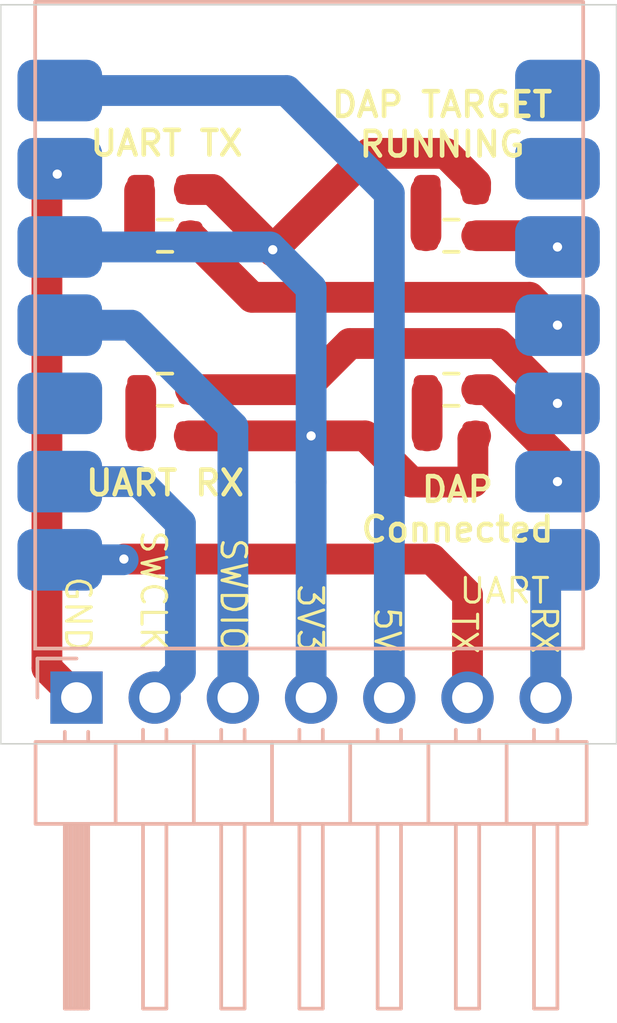
<source format=kicad_pcb>
(kicad_pcb (version 20240108) (generator "pcbnew") (generator_version "8.0")
  (layers (0 "F.Cu" signal) (31 "B.Cu" signal) (34 "B.Paste" user) (35 "F.Paste" user) (36 "B.SilkS" user "B.Silkscreen") (37 "F.SilkS" user "F.Silkscreen") (38 "B.Mask" user) (39 "F.Mask" user) (44 "Edge.Cuts" user))
  (net 0 "")
  (net 3 "/Ground")
  (net 4 "Net-(J2-Pin_3)")
  (net 5 "Net-(J2-Pin_6)")
  (net 6 "Net-(J2-Pin_5)")
  (net 7 "Net-(J2-Pin_2)")
  (net 8 "Net-(J2-Pin_7)")
  (net 9 "/3v3")
  (net 10 "Net-(U1-PA9_A5_D5_SCL)")
  (net 11 "Net-(U1-PA8_A4_D4_SDA)")
  (net 12 "Net-(U1-PA11_A3_D3)")
  (net 13 "Net-(U1-PA10_A2_D2)")
  (net 14 "Net-(DAP_CONNECTED1-K)")
  (net 15 "Net-(DAP_TARGET_RUNNING1-K)")
  (net 16 "Net-(UART_RT1-K)")
  (net 17 "Net-(UART_TX1-K)")
  (footprint "Resistor_SMD:R_0603_1608Metric" (layer "F.Cu") (at 132.5 91.5)
    (property "Reference" "R4" (hide yes))
    (property "Value" "200")
    (fp_line (start -0.237258 -0.5225) (end 0.237258 -0.5225) (stroke (width 0.12)) (layer "F.SilkS"))
    (fp_line (start -0.237258 0.5225) (end 0.237258 0.5225) (stroke (width 0.12)) (layer "F.SilkS"))
    (pad "1" smd roundrect (at -0.825 0) (size 0.8 0.95) (layers "F.Cu" "F.Paste" "F.Mask") (net 17 "Net-(UART_TX1-K)"))
    (pad "2" smd roundrect (at 0.825 0) (size 0.8 0.95) (layers "F.Cu" "F.Paste" "F.Mask") (net 12 "Net-(U1-PA11_A3_D3)"))
  )
  (footprint "LED_SMD:LED_0603_1608Metric" (layer "F.Cu") (at 132.5 98)
    (property "Reference" "UART_RT1" (hide yes))
    (property "Value" "Red")
    (pad "1" smd roundrect (at -0.7875 0) (size 0.875 0.95) (layers "F.Cu" "F.Paste" "F.Mask") (net 16 "Net-(UART_RT1-K)"))
    (pad "2" smd roundrect (at 0.7875 0) (size 0.875 0.95) (layers "F.Cu" "F.Paste" "F.Mask") (net 9 "/3v3"))
  )
  (footprint "Resistor_SMD:R_0603_1608Metric" (layer "F.Cu") (at 132.5 96.5)
    (property "Reference" "R2" (hide yes))
    (property "Value" "200")
    (fp_line (start -0.237258 -0.5225) (end 0.237258 -0.5225) (stroke (width 0.12)) (layer "F.SilkS"))
    (fp_line (start -0.237258 0.5225) (end 0.237258 0.5225) (stroke (width 0.12)) (layer "F.SilkS"))
    (pad "1" smd roundrect (at -0.825 0) (size 0.8 0.95) (layers "F.Cu" "F.Paste" "F.Mask") (net 16 "Net-(UART_RT1-K)"))
    (pad "2" smd roundrect (at 0.825 0) (size 0.8 0.95) (layers "F.Cu" "F.Paste" "F.Mask") (net 11 "Net-(U1-PA8_A4_D4_SDA)"))
  )
  (footprint "LED_SMD:LED_0603_1608Metric" (layer "F.Cu") (at 132.5 90)
    (property "Reference" "UART_TX1" (hide yes))
    (property "Value" "Red")
    (pad "1" smd roundrect (at -0.7875 0) (size 0.875 0.95) (layers "F.Cu" "F.Paste" "F.Mask") (net 17 "Net-(UART_TX1-K)"))
    (pad "2" smd roundrect (at 0.7875 0) (size 0.875 0.95) (layers "F.Cu" "F.Paste" "F.Mask") (net 9 "/3v3"))
  )
  (footprint "Resistor_SMD:R_0603_1608Metric" (layer "F.Cu") (at 141.8 91.5)
    (property "Reference" "R3" (hide yes))
    (property "Value" "200")
    (fp_line (start -0.237258 -0.5225) (end 0.237258 -0.5225) (stroke (width 0.12)) (layer "F.SilkS"))
    (fp_line (start -0.237258 0.5225) (end 0.237258 0.5225) (stroke (width 0.12)) (layer "F.SilkS"))
    (pad "1" smd roundrect (at -0.825 0) (size 0.8 0.95) (layers "F.Cu" "F.Paste" "F.Mask") (net 15 "Net-(DAP_TARGET_RUNNING1-K)"))
    (pad "2" smd roundrect (at 0.825 0) (size 0.8 0.95) (layers "F.Cu" "F.Paste" "F.Mask") (net 13 "Net-(U1-PA10_A2_D2)"))
  )
  (footprint "LED_SMD:LED_0603_1608Metric" (layer "F.Cu") (at 141.8 90)
    (property "Reference" "DAP_TARGET_RUNNING1" (hide yes))
    (property "Value" "Red")
    (pad "1" smd roundrect (at -0.7875 0) (size 0.875 0.95) (layers "F.Cu" "F.Paste" "F.Mask") (net 15 "Net-(DAP_TARGET_RUNNING1-K)"))
    (pad "2" smd roundrect (at 0.7875 0) (size 0.875 0.95) (layers "F.Cu" "F.Paste" "F.Mask") (net 9 "/3v3"))
  )
  (footprint "Resistor_SMD:R_0603_1608Metric" (layer "F.Cu") (at 141.8 96.5)
    (property "Reference" "R1" (hide yes))
    (property "Value" "200")
    (fp_line (start -0.237258 -0.5225) (end 0.237258 -0.5225) (stroke (width 0.12)) (layer "F.SilkS"))
    (fp_line (start -0.237258 0.5225) (end 0.237258 0.5225) (stroke (width 0.12)) (layer "F.SilkS"))
    (pad "1" smd roundrect (at -0.825 0) (size 0.8 0.95) (layers "F.Cu" "F.Paste" "F.Mask") (net 14 "Net-(DAP_CONNECTED1-K)"))
    (pad "2" smd roundrect (at 0.825 0) (size 0.8 0.95) (layers "F.Cu" "F.Paste" "F.Mask") (net 10 "Net-(U1-PA9_A5_D5_SCL)"))
  )
  (footprint "LED_SMD:LED_0603_1608Metric" (layer "F.Cu") (at 141.8 98)
    (property "Reference" "DAP_CONNECTED1" (hide yes))
    (property "Value" "Red")
    (pad "1" smd roundrect (at -0.7875 0) (size 0.875 0.95) (layers "F.Cu" "F.Paste" "F.Mask") (net 14 "Net-(DAP_CONNECTED1-K)"))
    (pad "2" smd roundrect (at 0.7875 0) (size 0.875 0.95) (layers "F.Cu" "F.Paste" "F.Mask") (net 9 "/3v3"))
  )
  (footprint "XIAO-rp2040:MOUDLE14P-SMD-2.54-21X17.8MM" (layer "B.Cu") (at 146.0825 104.905 180)
    (property "Reference" "U1" (hide yes))
    (property "Value" "MOUDLE-SEEEDUINO-XIAO" (hide yes))
    (fp_rect (start 17.8 0) (end 0 21) (stroke (width 0.12)) (fill none) (layer "B.SilkS"))
    (pad "1" smd roundrect (at 0.835 18.12 180) (size 2.75 2) (layers "B.Cu" "B.Paste" "B.Mask"))
    (pad "2" smd roundrect (at 0.835 15.58 180) (size 2.75 2) (layers "B.Cu" "B.Paste" "B.Mask"))
    (pad "3" smd roundrect (at 0.835 13.04 180) (size 2.75 2) (layers "B.Cu" "B.Paste" "B.Mask") (net 13 "Net-(U1-PA10_A2_D2)"))
    (pad "4" smd roundrect (at 0.835 10.5 180) (size 2.75 2) (layers "B.Cu" "B.Paste" "B.Mask") (net 12 "Net-(U1-PA11_A3_D3)"))
    (pad "5" smd roundrect (at 0.835 7.96 180) (size 2.75 2) (layers "B.Cu" "B.Paste" "B.Mask") (net 11 "Net-(U1-PA8_A4_D4_SDA)"))
    (pad "6" smd roundrect (at 0.835 5.42 180) (size 2.75 2) (layers "B.Cu" "B.Paste" "B.Mask") (net 10 "Net-(U1-PA9_A5_D5_SCL)"))
    (pad "7" smd roundrect (at 0.835 2.88 180) (size 2.75 2) (layers "B.Cu" "B.Paste" "B.Mask") (net 8 "Net-(J2-Pin_7)"))
    (pad "8" smd roundrect (at 17 2.88 180) (size 2.75 2) (layers "B.Cu" "B.Paste" "B.Mask") (net 5 "Net-(J2-Pin_6)"))
    (pad "9" smd roundrect (at 17 5.42 180) (size 2.75 2) (layers "B.Cu" "B.Paste" "B.Mask") (net 7 "Net-(J2-Pin_2)"))
    (pad "10" smd roundrect (at 17 7.96 180) (size 2.75 2) (layers "B.Cu" "B.Paste" "B.Mask"))
    (pad "11" smd roundrect (at 17 10.5 180) (size 2.75 2) (layers "B.Cu" "B.Paste" "B.Mask") (net 4 "Net-(J2-Pin_3)"))
    (pad "12" smd roundrect (at 17 13.04 180) (size 2.75 2) (layers "B.Cu" "B.Paste" "B.Mask") (net 9 "/3v3"))
    (pad "13" smd roundrect (at 17 15.58 180) (size 2.75 2) (layers "B.Cu" "B.Paste" "B.Mask") (net 3 "/Ground"))
    (pad "14" smd roundrect (at 17 18.12 180) (size 2.75 2) (layers "B.Cu" "B.Paste" "B.Mask") (net 6 "Net-(J2-Pin_5)"))
  )
  (footprint "Connector_PinHeader_2.54mm:PinHeader_1x07_P2.54mm_Horizontal" (layer "B.Cu") (at 129.625 106.5 -90)
    (property "Reference" "J2" (hide yes))
    (property "Value" "Conn_01x07_Pin" (hide yes))
    (fp_line (start 1.44 1.33) (end 4.1 1.33) (stroke (width 0.12)) (layer "B.SilkS"))
    (fp_line (start 4.1 1.33) (end 4.1 -16.57) (stroke (width 0.12)) (layer "B.SilkS"))
    (fp_line (start -1.27 1.27) (end -1.27 0) (stroke (width 0.12)) (layer "B.SilkS"))
    (fp_line (start 0 1.27) (end -1.27 1.27) (stroke (width 0.12)) (layer "B.SilkS"))
    (fp_line (start 1.44 0.38) (end 1.11 0.38) (stroke (width 0.12)) (layer "B.SilkS"))
    (fp_line (start 10.1 0.38) (end 4.1 0.38) (stroke (width 0.12)) (layer "B.SilkS"))
    (fp_line (start 10.1 0.32) (end 4.1 0.32) (stroke (width 0.12)) (layer "B.SilkS"))
    (fp_line (start 10.1 0.2) (end 4.1 0.2) (stroke (width 0.12)) (layer "B.SilkS"))
    (fp_line (start 10.1 0.08) (end 4.1 0.08) (stroke (width 0.12)) (layer "B.SilkS"))
    (fp_line (start 10.1 -0.04) (end 4.1 -0.04) (stroke (width 0.12)) (layer "B.SilkS"))
    (fp_line (start 10.1 -0.16) (end 4.1 -0.16) (stroke (width 0.12)) (layer "B.SilkS"))
    (fp_line (start 10.1 -0.28) (end 4.1 -0.28) (stroke (width 0.12)) (layer "B.SilkS"))
    (fp_line (start 1.44 -0.38) (end 1.11 -0.38) (stroke (width 0.12)) (layer "B.SilkS"))
    (fp_line (start 4.1 -0.38) (end 10.1 -0.38) (stroke (width 0.12)) (layer "B.SilkS"))
    (fp_line (start 10.1 -0.38) (end 10.1 0.38) (stroke (width 0.12)) (layer "B.SilkS"))
    (fp_line (start 4.1 -1.27) (end 1.44 -1.27) (stroke (width 0.12)) (layer "B.SilkS"))
    (fp_line (start 1.44 -2.16) (end 1.042929 -2.16) (stroke (width 0.12)) (layer "B.SilkS"))
    (fp_line (start 10.1 -2.16) (end 4.1 -2.16) (stroke (width 0.12)) (layer "B.SilkS"))
    (fp_line (start 1.44 -2.92) (end 1.042929 -2.92) (stroke (width 0.12)) (layer "B.SilkS"))
    (fp_line (start 4.1 -2.92) (end 10.1 -2.92) (stroke (width 0.12)) (layer "B.SilkS"))
    (fp_line (start 10.1 -2.92) (end 10.1 -2.16) (stroke (width 0.12)) (layer "B.SilkS"))
    (fp_line (start 4.1 -3.81) (end 1.44 -3.81) (stroke (width 0.12)) (layer "B.SilkS"))
    (fp_line (start 1.44 -4.7) (end 1.042929 -4.7) (stroke (width 0.12)) (layer "B.SilkS"))
    (fp_line (start 10.1 -4.7) (end 4.1 -4.7) (stroke (width 0.12)) (layer "B.SilkS"))
    (fp_line (start 1.44 -5.46) (end 1.042929 -5.46) (stroke (width 0.12)) (layer "B.SilkS"))
    (fp_line (start 4.1 -5.46) (end 10.1 -5.46) (stroke (width 0.12)) (layer "B.SilkS"))
    (fp_line (start 10.1 -5.46) (end 10.1 -4.7) (stroke (width 0.12)) (layer "B.SilkS"))
    (fp_line (start 4.1 -6.35) (end 1.44 -6.35) (stroke (width 0.12)) (layer "B.SilkS"))
    (fp_line (start 1.44 -7.24) (end 1.042929 -7.24) (stroke (width 0.12)) (layer "B.SilkS"))
    (fp_line (start 10.1 -7.24) (end 4.1 -7.24) (stroke (width 0.12)) (layer "B.SilkS"))
    (fp_line (start 1.44 -8) (end 1.042929 -8) (stroke (width 0.12)) (layer "B.SilkS"))
    (fp_line (start 4.1 -8) (end 10.1 -8) (stroke (width 0.12)) (layer "B.SilkS"))
    (fp_line (start 10.1 -8) (end 10.1 -7.24) (stroke (width 0.12)) (layer "B.SilkS"))
    (fp_line (start 4.1 -8.89) (end 1.44 -8.89) (stroke (width 0.12)) (layer "B.SilkS"))
    (fp_line (start 1.44 -9.78) (end 1.042929 -9.78) (stroke (width 0.12)) (layer "B.SilkS"))
    (fp_line (start 10.1 -9.78) (end 4.1 -9.78) (stroke (width 0.12)) (layer "B.SilkS"))
    (fp_line (start 1.44 -10.54) (end 1.042929 -10.54) (stroke (width 0.12)) (layer "B.SilkS"))
    (fp_line (start 4.1 -10.54) (end 10.1 -10.54) (stroke (width 0.12)) (layer "B.SilkS"))
    (fp_line (start 10.1 -10.54) (end 10.1 -9.78) (stroke (width 0.12)) (layer "B.SilkS"))
    (fp_line (start 4.1 -11.43) (end 1.44 -11.43) (stroke (width 0.12)) (layer "B.SilkS"))
    (fp_line (start 1.44 -12.32) (end 1.042929 -12.32) (stroke (width 0.12)) (layer "B.SilkS"))
    (fp_line (start 10.1 -12.32) (end 4.1 -12.32) (stroke (width 0.12)) (layer "B.SilkS"))
    (fp_line (start 1.44 -13.08) (end 1.042929 -13.08) (stroke (width 0.12)) (layer "B.SilkS"))
    (fp_line (start 4.1 -13.08) (end 10.1 -13.08) (stroke (width 0.12)) (layer "B.SilkS"))
    (fp_line (start 10.1 -13.08) (end 10.1 -12.32) (stroke (width 0.12)) (layer "B.SilkS"))
    (fp_line (start 4.1 -13.97) (end 1.44 -13.97) (stroke (width 0.12)) (layer "B.SilkS"))
    (fp_line (start 1.44 -14.86) (end 1.042929 -14.86) (stroke (width 0.12)) (layer "B.SilkS"))
    (fp_line (start 10.1 -14.86) (end 4.1 -14.86) (stroke (width 0.12)) (layer "B.SilkS"))
    (fp_line (start 1.44 -15.62) (end 1.042929 -15.62) (stroke (width 0.12)) (layer "B.SilkS"))
    (fp_line (start 4.1 -15.62) (end 10.1 -15.62) (stroke (width 0.12)) (layer "B.SilkS"))
    (fp_line (start 10.1 -15.62) (end 10.1 -14.86) (stroke (width 0.12)) (layer "B.SilkS"))
    (fp_line (start 1.44 -16.57) (end 1.44 1.33) (stroke (width 0.12)) (layer "B.SilkS"))
    (fp_line (start 4.1 -16.57) (end 1.44 -16.57) (stroke (width 0.12)) (layer "B.SilkS"))
    (pad "1" thru_hole rect (at 0 0 270) (size 1.7 1.7) (drill 1) (layers "*.Cu" "*.Mask") (net 3 "/Ground"))
    (pad "2" thru_hole oval (at 0 -2.54 270) (size 1.7 1.7) (drill 1) (layers "*.Cu" "*.Mask") (net 7 "Net-(J2-Pin_2)"))
    (pad "3" thru_hole oval (at 0 -5.08 270) (size 1.7 1.7) (drill 1) (layers "*.Cu" "*.Mask") (net 4 "Net-(J2-Pin_3)"))
    (pad "4" thru_hole oval (at 0 -7.62 270) (size 1.7 1.7) (drill 1) (layers "*.Cu" "*.Mask") (net 9 "/3v3"))
    (pad "5" thru_hole oval (at 0 -10.16 270) (size 1.7 1.7) (drill 1) (layers "*.Cu" "*.Mask") (net 6 "Net-(J2-Pin_5)"))
    (pad "6" thru_hole oval (at 0 -12.7 270) (size 1.7 1.7) (drill 1) (layers "*.Cu" "*.Mask") (net 5 "Net-(J2-Pin_6)"))
    (pad "7" thru_hole oval (at 0 -15.24 270) (size 1.7 1.7) (drill 1) (layers "*.Cu" "*.Mask") (net 8 "Net-(J2-Pin_7)"))
  )
  (gr_rect (start 127.165 84) (end 147.165 108) (stroke (width 0.05)) (fill none) (layer "Edge.Cuts"))
  (gr_text "UART" (at 142 103.5 0) (layer "F.SilkS") (effects (font (size 0.8 0.8) (thickness 0.1)) (justify left bottom)))
  (gr_text "GND" (at 129.2 102.5 270) (layer "F.SilkS") (effects (font (size 0.8 0.8) (thickness 0.1)) (justify left bottom)))
  (gr_text "UART RX" (at 132.5 100 0) (layer "F.SilkS") (effects (font (size 0.8 0.8) (thickness 0.15) (bold yes)) (justify bottom)))
  (gr_text "TX" (at 141.75 103.65 270) (layer "F.SilkS") (effects (font (size 0.8 0.8) (thickness 0.1)) (justify left bottom)))
  (gr_text "DAP\nConnected" (at 142 101.5 0) (layer "F.SilkS") (effects (font (size 0.8 0.8) (thickness 0.15) (bold yes)) (justify bottom)))
  (gr_text "SWDIO" (at 134.25 101.25 270) (layer "F.SilkS") (effects (font (size 0.8 0.8) (thickness 0.1)) (justify left bottom)))
  (gr_text "DAP TARGET\nRUNNING" (at 141.5 89 0) (layer "F.SilkS") (effects (font (size 0.8 0.8) (thickness 0.15) (bold yes)) (justify bottom)))
  (gr_text "RX" (at 144.35 103.45 270) (layer "F.SilkS") (effects (font (size 0.8 0.8) (thickness 0.1)) (justify left bottom)))
  (gr_text "UART TX				" (at 138 88.5 0) (layer "F.SilkS") (effects (font (size 0.8 0.8) (thickness 0.15) (bold yes))))
  (gr_text "3V3" (at 136.75 102.75 270) (layer "F.SilkS") (effects (font (size 0.8 0.8) (thickness 0.1)) (justify left bottom)))
  (gr_text "5V" (at 139.25 103.5 270) (layer "F.SilkS") (effects (font (size 0.8 0.8) (thickness 0.1)) (justify left bottom)))
  (gr_text "SWCLK" (at 131.65 101 270) (layer "F.SilkS") (effects (font (size 0.8 0.8) (thickness 0.1)) (justify left bottom)))
  (segment (start 128.665 89.835) (end 128.665 105.54) (width 1) (layer "F.Cu") (net 3))
  (segment (start 128.665 105.54) (end 129.625 106.5) (width 1) (layer "F.Cu") (net 3))
  (segment (start 129 89.5) (end 128.665 89.835) (width 1) (layer "F.Cu") (net 3))
  (via (at 129 89.5) (size 0.6) (drill 0.3) (layers "F.Cu" "B.Cu") (net 3))
  (segment (start 129.2575 89.5) (end 129.0825 89.325) (width 1) (layer "B.Cu") (net 3))
  (segment (start 134.705 106.5) (end 134.705 97.705) (width 1) (layer "B.Cu") (net 4))
  (segment (start 131.405 94.405) (end 129.0825 94.405) (width 1) (layer "B.Cu") (net 4))
  (segment (start 134.705 97.705) (end 131.405 94.405) (width 1) (layer "B.Cu") (net 4))
  (segment (start 131.165 102) (end 141.165 102) (width 1) (layer "F.Cu") (net 5))
  (segment (start 141.165 102) (end 142.325 103.16) (width 1) (layer "F.Cu") (net 5))
  (segment (start 142.325 103.16) (end 142.325 106.5) (width 1) (layer "F.Cu") (net 5))
  (via (at 131.165 102) (size 0.6) (drill 0.3) (layers "F.Cu" "B.Cu") (net 5))
  (segment (start 131.14 102.025) (end 131.165 102) (width 0.2) (layer "B.Cu") (net 5))
  (segment (start 129.0825 102.025) (end 131.14 102.025) (width 1) (layer "B.Cu") (net 5))
  (segment (start 136.45 86.785) (end 129.0825 86.785) (width 1) (layer "B.Cu") (net 6))
  (segment (start 139.785 90.12) (end 136.45 86.785) (width 1) (layer "B.Cu") (net 6))
  (segment (start 139.785 106.5) (end 139.785 90.12) (width 1) (layer "B.Cu") (net 6))
  (segment (start 132.165 106.5) (end 133 105.665) (width 1) (layer "B.Cu") (net 7))
  (segment (start 133 105.665) (end 133 100.835) (width 1) (layer "B.Cu") (net 7))
  (segment (start 133 100.835) (end 131.65 99.485) (width 1) (layer "B.Cu") (net 7))
  (segment (start 131.65 99.485) (end 129.0825 99.485) (width 1) (layer "B.Cu") (net 7))
  (segment (start 145.2475 106.1175) (end 144.865 106.5) (width 0.2) (layer "B.Cu") (net 8))
  (segment (start 144.865 106.5) (end 144.865 102.4075) (width 1) (layer "B.Cu") (net 8))
  (segment (start 144.865 102.4075) (end 145.2475 102.025) (width 0.2) (layer "B.Cu") (net 8))
  (segment (start 142.5875 89.79463) (end 142.5875 90) (width 1) (layer "F.Cu") (net 9))
  (segment (start 133.2875 98) (end 137.245 98) (width 1) (layer "F.Cu") (net 9))
  (segment (start 133.2875 90) (end 134.045 90) (width 1) (layer "F.Cu") (net 9))
  (segment (start 142.5 99.5) (end 142.5 98.0875) (width 1) (layer "F.Cu") (net 9))
  (segment (start 139.13 88.825) (end 141.61787 88.825) (width 1) (layer "F.Cu") (net 9))
  (segment (start 142.5 98.0875) (end 142.5875 98) (width 1) (layer "F.Cu") (net 9))
  (segment (start 136 91.955) (end 139.13 88.825) (width 1) (layer "F.Cu") (net 9))
  (segment (start 134.045 90) (end 136 91.955) (width 1) (layer "F.Cu") (net 9))
  (segment (start 139 98) (end 140.5 99.5) (width 1) (layer "F.Cu") (net 9))
  (segment (start 140.5 99.5) (end 142.5 99.5) (width 1) (layer "F.Cu") (net 9))
  (segment (start 141.61787 88.825) (end 142.5875 89.79463) (width 1) (layer "F.Cu") (net 9))
  (segment (start 136 91.955) (end 136 92) (width 1) (layer "F.Cu") (net 9))
  (segment (start 137.245 98) (end 139 98) (width 1) (layer "F.Cu") (net 9))
  (via (at 136 91.955) (size 0.6) (drill 0.3) (layers "F.Cu" "B.Cu") (net 9))
  (via (at 137.245 98) (size 0.6) (drill 0.3) (layers "F.Cu" "B.Cu") (net 9))
  (segment (start 135.91 91.865) (end 129.0825 91.865) (width 1) (layer "B.Cu") (net 9))
  (segment (start 137.245 99.5) (end 137.245 98) (width 1) (layer "B.Cu") (net 9))
  (segment (start 137.245 106.5) (end 137.245 99.5) (width 1) (layer "B.Cu") (net 9))
  (segment (start 136 91.955) (end 137.245 93.2) (width 1) (layer "B.Cu") (net 9))
  (segment (start 137.245 93.2) (end 137.245 98) (width 1) (layer "B.Cu") (net 9))
  (segment (start 136 91.955) (end 135.91 91.865) (width 1) (layer "B.Cu") (net 9))
  (segment (start 142.625 96.5) (end 143 96.5) (width 1) (layer "F.Cu") (net 10))
  (segment (start 145.2475 98.7475) (end 145.2475 99.1225) (width 1) (layer "F.Cu") (net 10))
  (segment (start 143 96.5) (end 145.2475 98.7475) (width 1) (layer "F.Cu") (net 10))
  (segment (start 145.2475 99.1225) (end 145.2475 99.485) (width 0.2) (layer "F.Cu") (net 10))
  (via (at 145.2475 99.485) (size 0.6) (drill 0.3) (layers "F.Cu" "B.Cu") (net 10))
  (segment (start 138.5 95) (end 143.3025 95) (width 1) (layer "F.Cu") (net 11))
  (segment (start 137 96.5) (end 138.5 95) (width 1) (layer "F.Cu") (net 11))
  (segment (start 133.325 96.5) (end 137 96.5) (width 1) (layer "F.Cu") (net 11))
  (segment (start 143.3025 95) (end 145.2475 96.945) (width 1) (layer "F.Cu") (net 11))
  (via (at 145.2475 96.945) (size 0.6) (drill 0.3) (layers "F.Cu" "B.Cu") (net 11))
  (segment (start 135.325 93.5) (end 144.3425 93.5) (width 1) (layer "F.Cu") (net 12))
  (segment (start 133.325 91.5) (end 135.325 93.5) (width 1) (layer "F.Cu") (net 12))
  (segment (start 144.3425 93.5) (end 145.2475 94.405) (width 1) (layer "F.Cu") (net 12))
  (via (at 145.2475 94.405) (size 0.6) (drill 0.3) (layers "F.Cu" "B.Cu") (net 12))
  (segment (start 144.8825 91.5) (end 145.2475 91.865) (width 0.2) (layer "F.Cu") (net 13))
  (segment (start 142.625 91.5) (end 144.8825 91.5) (width 1) (layer "F.Cu") (net 13))
  (via (at 145.2475 91.865) (size 0.6) (drill 0.3) (layers "F.Cu" "B.Cu") (net 13))
  (segment (start 141.0125 96.5375) (end 140.975 96.5) (width 0.2) (layer "F.Cu") (net 14))
  (segment (start 141.0125 98) (end 141.0125 96.5375) (width 1) (layer "F.Cu") (net 14))
  (segment (start 140.975 90.0375) (end 141.0125 90) (width 0.2) (layer "F.Cu") (net 15))
  (segment (start 140.975 91.5) (end 140.975 90.0375) (width 1) (layer "F.Cu") (net 15))
  (segment (start 131.7125 96.5375) (end 131.675 96.5) (width 0.2) (layer "F.Cu") (net 16))
  (segment (start 131.7125 98) (end 131.7125 96.5375) (width 1) (layer "F.Cu") (net 16))
  (segment (start 131.675 90.0375) (end 131.7125 90) (width 0.2) (layer "F.Cu") (net 17))
  (segment (start 131.675 91.5) (end 131.675 90.0375) (width 1) (layer "F.Cu") (net 17))
)
</source>
